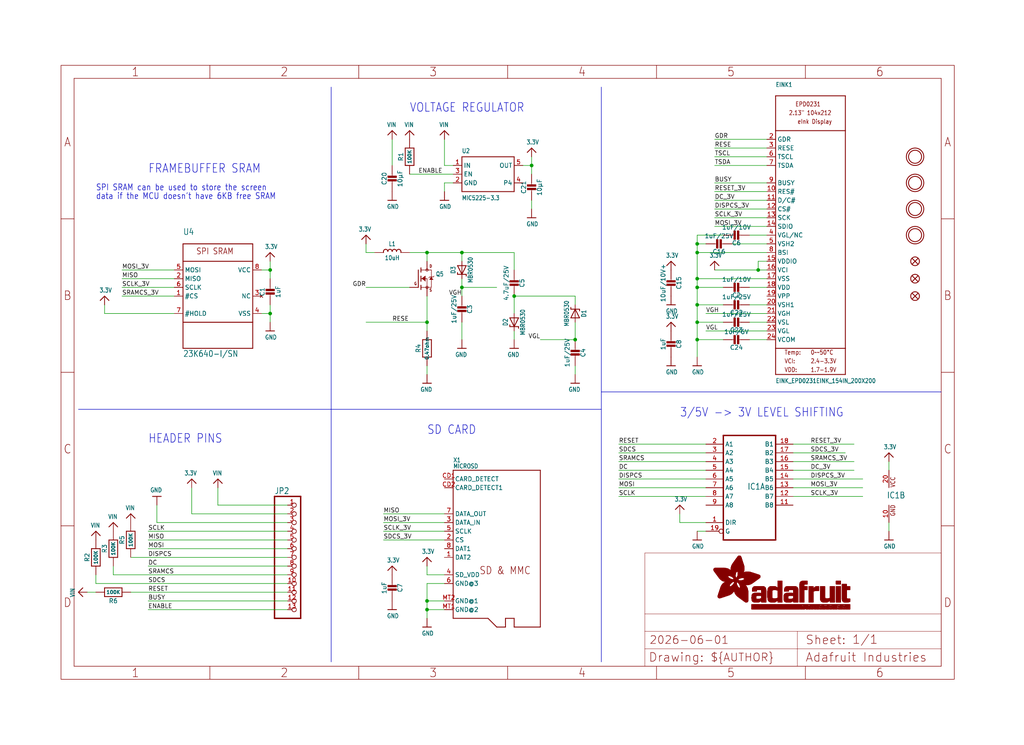
<source format=kicad_sch>
(kicad_sch (version 20230121) (generator eeschema)
  (paper "User" 298.45 217.322)
  (lib_symbols
    (symbol "working-eagle-import:3.3V" (power)
      (property "Value" "3.3V" (at -1.524 1.016 0))
      (symbol "3.3V_1_0"
        (pin power_in line (at 0 -2.54 90) (length 2.54) (name "3.3V") (number "1"))
      )
    )
    (symbol "working-eagle-import:74245TSSOP20"
      (property "Reference" "IC" (at -0.635 -0.635 0))
      (symbol "74245TSSOP20_1_0"
        (pin input line (at -12.7 -10.16 0) (length 5.08) (name "DIR") (number "1"))
        (pin bidirectional line (at 12.7 -5.08 180) (length 5.08) (name "B8") (number "11"))
        (pin bidirectional line (at 12.7 -2.54 180) (length 5.08) (name "B7") (number "12"))
        (pin bidirectional line (at 12.7 0 180) (length 5.08) (name "B6") (number "13"))
        (pin bidirectional line (at 12.7 2.54 180) (length 5.08) (name "B5") (number "14"))
        (pin bidirectional line (at 12.7 5.08 180) (length 5.08) (name "B4") (number "15"))
        (pin bidirectional line (at 12.7 7.62 180) (length 5.08) (name "B3") (number "16"))
        (pin bidirectional line (at 12.7 10.16 180) (length 5.08) (name "B2") (number "17"))
        (pin bidirectional line (at 12.7 12.7 180) (length 5.08) (name "B1") (number "18"))
        (pin input inverted (at -12.7 -12.7 0) (length 5.08) (name "G") (number "19"))
        (pin bidirectional line (at -12.7 12.7 0) (length 5.08) (name "A1") (number "2"))
        (pin bidirectional line (at -12.7 10.16 0) (length 5.08) (name "A2") (number "3"))
        (pin bidirectional line (at -12.7 7.62 0) (length 5.08) (name "A3") (number "4"))
        (pin bidirectional line (at -12.7 5.08 0) (length 5.08) (name "A4") (number "5"))
        (pin bidirectional line (at -12.7 2.54 0) (length 5.08) (name "A5") (number "6"))
        (pin bidirectional line (at -12.7 0 0) (length 5.08) (name "A6") (number "7"))
        (pin bidirectional line (at -12.7 -2.54 0) (length 5.08) (name "A7") (number "8"))
        (pin bidirectional line (at -12.7 -5.08 0) (length 5.08) (name "A8") (number "9"))
      )
      (symbol "74245TSSOP20_2_0"
        (text "GND" (at 1.905 -5.842 900) (effects (font (size 1.27 1.0795)) (justify left bottom)))
        (text "VCC" (at 1.905 2.54 900) (effects (font (size 1.27 1.0795)) (justify left bottom)))
        (pin power_in line (at 0 -7.62 90) (length 5.08) (name "GND") (number "10"))
        (pin power_in line (at 0 7.62 270) (length 5.08) (name "VCC") (number "20"))
      )
    )
    (symbol "working-eagle-import:CAP_CERAMIC0805-NOOUTLINE"
      (property "Reference" "C" (at -2.29 1.25 90))
      (symbol "CAP_CERAMIC0805-NOOUTLINE_1_0"
        (pin passive line (at 0 5.08 270) (length 2.54) (name "1") (number "1"))
        (pin passive line (at 0 -2.54 90) (length 2.54) (name "2") (number "2"))
      )
    )
    (symbol "working-eagle-import:CAP_CERAMIC0805_10MGAP"
      (property "Reference" "C" (at -2.29 1.25 90))
      (symbol "CAP_CERAMIC0805_10MGAP_1_0"
        (pin passive line (at 0 5.08 270) (length 2.54) (name "1") (number "1"))
        (pin passive line (at 0 -2.54 90) (length 2.54) (name "2") (number "2"))
      )
    )
    (symbol "working-eagle-import:DIODE-SCHOTTKYSOD-123"
      (property "Reference" "D" (at 0 2.54 0))
      (symbol "DIODE-SCHOTTKYSOD-123_1_0"
        (pin passive line (at -2.54 0 0) (length 2.54) (name "A") (number "A"))
        (pin passive line (at 2.54 0 180) (length 2.54) (name "C") (number "C"))
      )
    )
    (symbol "working-eagle-import:EINK_EPD0231EINK_154IN_200X200"
      (property "Reference" "EINK" (at -10.16 43.18 0))
      (symbol "EINK_EPD0231EINK_154IN_200X200_1_0"
        (text "0~~50°C" (at 0 -34.925 0) (effects (font (size 1.27 1.0795)) (justify left bottom)))
        (text "1.7-1.9V" (at 0 -40.005 0) (effects (font (size 1.27 1.0795)) (justify left bottom)))
        (text "2.13\" 104x212" (at -6.35 34.925 0) (effects (font (size 1.27 1.0795)) (justify left bottom)))
        (text "2.4-3.3V" (at 0 -37.465 0) (effects (font (size 1.27 1.0795)) (justify left bottom)))
        (text "eInk Display" (at -3.81 32.385 0) (effects (font (size 1.27 1.0795)) (justify left bottom)))
        (text "EPD0231" (at -4.445 37.465 0) (effects (font (size 1.27 1.0795)) (justify left bottom)))
        (text "Temp:" (at -7.62 -34.925 0) (effects (font (size 1.27 1.0795)) (justify left bottom)))
        (text "VCI:" (at -7.62 -37.465 0) (effects (font (size 1.27 1.0795)) (justify left bottom)))
        (text "VDD:" (at -7.62 -40.005 0) (effects (font (size 1.27 1.0795)) (justify left bottom)))
        (pin input line (at -12.7 12.7 0) (length 2.54) (name "RES#") (number "10"))
        (pin input line (at -12.7 10.16 0) (length 2.54) (name "D/C#") (number "11"))
        (pin input line (at -12.7 7.62 0) (length 2.54) (name "CS#") (number "12"))
        (pin bidirectional line (at -12.7 5.08 0) (length 2.54) (name "SCK") (number "13"))
        (pin bidirectional line (at -12.7 2.54 0) (length 2.54) (name "SDIO") (number "14"))
        (pin power_in line (at -12.7 -7.62 0) (length 2.54) (name "VDDIO") (number "15"))
        (pin power_in line (at -12.7 -10.16 0) (length 2.54) (name "VCI") (number "16"))
        (pin power_in line (at -12.7 -12.7 0) (length 2.54) (name "VSS") (number "17"))
        (pin passive line (at -12.7 -15.24 0) (length 2.54) (name "VDD") (number "18"))
        (pin passive line (at -12.7 -17.78 0) (length 2.54) (name "VPP") (number "19"))
        (pin output line (at -12.7 27.94 0) (length 2.54) (name "GDR") (number "2"))
        (pin passive line (at -12.7 -20.32 0) (length 2.54) (name "VSH1") (number "20"))
        (pin passive line (at -12.7 -22.86 0) (length 2.54) (name "VGH") (number "21"))
        (pin passive line (at -12.7 -25.4 0) (length 2.54) (name "VSL") (number "22"))
        (pin passive line (at -12.7 -27.94 0) (length 2.54) (name "VGL") (number "23"))
        (pin passive line (at -12.7 -30.48 0) (length 2.54) (name "VCOM") (number "24"))
        (pin input line (at -12.7 25.4 0) (length 2.54) (name "RESE") (number "3"))
        (pin bidirectional line (at -12.7 0 0) (length 2.54) (name "VGL/NC") (number "4"))
        (pin passive line (at -12.7 -2.54 0) (length 2.54) (name "VSH2") (number "5"))
        (pin output line (at -12.7 22.86 0) (length 2.54) (name "TSCL") (number "6"))
        (pin bidirectional line (at -12.7 20.32 0) (length 2.54) (name "TSDA") (number "7"))
        (pin input line (at -12.7 -5.08 0) (length 2.54) (name "BSI") (number "8"))
        (pin output line (at -12.7 15.24 0) (length 2.54) (name "BUSY") (number "9"))
      )
    )
    (symbol "working-eagle-import:FIDUCIAL_1MM")
    (symbol "working-eagle-import:FRAME_A4_ADAFRUIT"
      (symbol "FRAME_A4_ADAFRUIT_1_0"
        (text "${#}/${##}" (at 230.505 10.16 0) (effects (font (size 2.54 2.54)) (justify left bottom)))
        (text "${AUTHOR}" (at 189.23 5.08 0) (effects (font (size 2.286 2.286)) (justify left bottom)))
        (text "${CURRENT_DATE}" (at 171.45 10.16 0) (effects (font (size 2.286 2.286)) (justify left bottom)))
        (text "${PROJECTNAME}" (at 171.45 15.24 0) (effects (font (size 2.54 2.54)) (justify left bottom)))
        (text "1" (at 21.6958 1.905 0) (effects (font (size 2.54 2.286))))
        (text "1" (at 21.6958 177.165 0) (effects (font (size 2.54 2.286))))
        (text "2" (at 65.0875 1.905 0) (effects (font (size 2.54 2.286))))
        (text "2" (at 65.0875 177.165 0) (effects (font (size 2.54 2.286))))
        (text "3" (at 108.4792 1.905 0) (effects (font (size 2.54 2.286))))
        (text "3" (at 108.4792 177.165 0) (effects (font (size 2.54 2.286))))
        (text "4" (at 151.8708 1.905 0) (effects (font (size 2.54 2.286))))
        (text "4" (at 151.8708 177.165 0) (effects (font (size 2.54 2.286))))
        (text "5" (at 195.2625 1.905 0) (effects (font (size 2.54 2.286))))
        (text "5" (at 195.2625 177.165 0) (effects (font (size 2.54 2.286))))
        (text "6" (at 238.6542 1.905 0) (effects (font (size 2.54 2.286))))
        (text "6" (at 238.6542 177.165 0) (effects (font (size 2.54 2.286))))
        (text "A" (at 1.905 156.6863 0) (effects (font (size 2.54 2.286))))
        (text "A" (at 258.445 156.6863 0) (effects (font (size 2.54 2.286))))
        (text "Adafruit Industries" (at 216.916 4.953 0) (effects (font (size 2.54 2.54)) (justify left bottom)))
        (text "B" (at 1.905 111.9188 0) (effects (font (size 2.54 2.286))))
        (text "B" (at 258.445 111.9188 0) (effects (font (size 2.54 2.286))))
        (text "C" (at 1.905 67.1513 0) (effects (font (size 2.54 2.286))))
        (text "C" (at 258.445 67.1513 0) (effects (font (size 2.54 2.286))))
        (text "D" (at 1.905 22.3838 0) (effects (font (size 2.54 2.286))))
        (text "D" (at 258.445 22.3838 0) (effects (font (size 2.54 2.286))))
        (text "Drawing:" (at 171.196 4.953 0) (effects (font (size 2.54 2.54)) (justify left bottom)))
        (text "Sheet:" (at 216.916 10.033 0) (effects (font (size 2.54 2.54)) (justify left bottom)))
      )
    )
    (symbol "working-eagle-import:GND" (power)
      (property "Value" "GND" (at -1.524 -2.54 0))
      (symbol "GND_1_0"
        (pin power_in line (at 0 2.54 270) (length 2.54) (name "GND") (number "1"))
      )
    )
    (symbol "working-eagle-import:HEADER-1X13"
      (property "Reference" "JP" (at -6.35 18.415 0))
      (symbol "HEADER-1X13_1_0"
        (pin passive inverted (at -2.54 15.24 0) (length 2.54) (name "1") (number "1"))
        (pin passive inverted (at -2.54 -7.62 0) (length 2.54) (name "10") (number "10"))
        (pin passive inverted (at -2.54 -10.16 0) (length 2.54) (name "11") (number "11"))
        (pin passive inverted (at -2.54 -12.7 0) (length 2.54) (name "12") (number "12"))
        (pin passive inverted (at -2.54 -15.24 0) (length 2.54) (name "13") (number "13"))
        (pin passive inverted (at -2.54 12.7 0) (length 2.54) (name "2") (number "2"))
        (pin passive inverted (at -2.54 10.16 0) (length 2.54) (name "3") (number "3"))
        (pin passive inverted (at -2.54 7.62 0) (length 2.54) (name "4") (number "4"))
        (pin passive inverted (at -2.54 5.08 0) (length 2.54) (name "5") (number "5"))
        (pin passive inverted (at -2.54 2.54 0) (length 2.54) (name "6") (number "6"))
        (pin passive inverted (at -2.54 0 0) (length 2.54) (name "7") (number "7"))
        (pin passive inverted (at -2.54 -2.54 0) (length 2.54) (name "8") (number "8"))
        (pin passive inverted (at -2.54 -5.08 0) (length 2.54) (name "9") (number "9"))
      )
    )
    (symbol "working-eagle-import:INDUCTORNR401"
      (property "Reference" "L" (at 0 2.54 0))
      (symbol "INDUCTORNR401_1_0"
        (pin passive line (at -5.08 0 0) (length 2.54) (name "1") (number "P$1"))
        (pin passive line (at 5.08 0 180) (length 2.54) (name "2") (number "P$2"))
      )
    )
    (symbol "working-eagle-import:IRLML2060TRPBF"
      (property "Reference" "Q" (at 5.08 0.635 0))
      (symbol "IRLML2060TRPBF_1_0"
        (text "D" (at 3.175 3.175 0) (effects (font (size 0.8128 0.6908)) (justify left bottom)))
        (text "G" (at -1.27 -1.905 0) (effects (font (size 0.8128 0.6908)) (justify left bottom)))
        (text "S" (at 3.175 -3.81 0) (effects (font (size 0.8128 0.6908)) (justify left bottom)))
        (pin bidirectional line (at -2.54 -2.54 0) (length 2.54) (name "G") (number "1"))
        (pin bidirectional line (at 2.54 -5.08 90) (length 2.54) (name "S") (number "2"))
        (pin bidirectional line (at 2.54 5.08 270) (length 2.54) (name "D") (number "3"))
      )
    )
    (symbol "working-eagle-import:MICROSD"
      (property "Reference" "X" (at -12.7 22.606 0))
      (symbol "MICROSD_1_0"
        (text "SD & MMC" (at -5.08 -10.16 0) (effects (font (size 2.1844 1.8567)) (justify left bottom)))
        (pin bidirectional line (at -15.24 -5.08 0) (length 2.54) (name "DAT2") (number "1"))
        (pin input line (at -15.24 0 0) (length 2.54) (name "CS") (number "2"))
        (pin input line (at -15.24 5.08 0) (length 2.54) (name "DATA_IN") (number "3"))
        (pin power_in line (at -15.24 -10.16 0) (length 2.54) (name "SD_VDD") (number "4"))
        (pin input line (at -15.24 2.54 0) (length 2.54) (name "SCLK") (number "5"))
        (pin power_in line (at -15.24 -12.7 0) (length 2.54) (name "GND@3") (number "6"))
        (pin output line (at -15.24 7.62 0) (length 2.54) (name "DATA_OUT") (number "7"))
        (pin bidirectional line (at -15.24 -2.54 0) (length 2.54) (name "DAT1") (number "8"))
        (pin passive line (at -15.24 17.78 0) (length 2.54) (name "CARD_DETECT") (number "CD1"))
        (pin passive line (at -15.24 15.24 0) (length 2.54) (name "CARD_DETECT1") (number "CD2"))
        (pin power_in line (at -15.24 -20.32 0) (length 2.54) (name "GND@2") (number "MT1"))
        (pin power_in line (at -15.24 -17.78 0) (length 2.54) (name "GND@1") (number "MT2"))
      )
    )
    (symbol "working-eagle-import:MOUNTINGHOLE2.5")
    (symbol "working-eagle-import:RESISTOR0805_10MGAP"
      (property "Reference" "R" (at 0 2.54 0))
      (symbol "RESISTOR0805_10MGAP_1_0"
        (pin passive line (at -5.08 0 0) (length 2.54) (name "1") (number "1"))
        (pin passive line (at 5.08 0 180) (length 2.54) (name "2") (number "2"))
      )
    )
    (symbol "working-eagle-import:RESISTOR0805_NOOUTLINE"
      (property "Reference" "R" (at 0 2.54 0))
      (symbol "RESISTOR0805_NOOUTLINE_1_0"
        (pin passive line (at -5.08 0 0) (length 2.54) (name "1") (number "1"))
        (pin passive line (at 5.08 0 180) (length 2.54) (name "2") (number "2"))
      )
    )
    (symbol "working-eagle-import:SRAM_SPI_SOIC8"
      (property "Reference" "U" (at -10.16 17.78 0))
      (symbol "SRAM_SPI_SOIC8_1_0"
        (text "SPI SRAM" (at -6.35 12.065 0) (effects (font (size 1.778 1.5113)) (justify left bottom)))
        (pin input line (at -12.7 0 0) (length 2.54) (name "#CS") (number "1"))
        (pin output line (at -12.7 5.08 0) (length 2.54) (name "MISO") (number "2"))
        (pin no_connect line (at 12.7 0 180) (length 2.54) (name "NC") (number "3"))
        (pin power_in line (at 12.7 -5.08 180) (length 2.54) (name "VSS") (number "4"))
        (pin input line (at -12.7 7.62 0) (length 2.54) (name "MOSI") (number "5"))
        (pin input line (at -12.7 2.54 0) (length 2.54) (name "SCLK") (number "6"))
        (pin input line (at -12.7 -5.08 0) (length 2.54) (name "#HOLD") (number "7"))
        (pin power_in line (at 12.7 7.62 180) (length 2.54) (name "VCC") (number "8"))
      )
    )
    (symbol "working-eagle-import:VIN" (power)
      (property "Value" "VIN" (at -1.524 1.016 0))
      (symbol "VIN_1_0"
        (pin power_in line (at 0 -2.54 90) (length 2.54) (name "VIN") (number "1"))
      )
    )
    (symbol "working-eagle-import:VREG_SOT23-5"
      (property "Reference" "U" (at -7.62 6.096 0))
      (symbol "VREG_SOT23-5_1_0"
        (pin power_in line (at -10.16 2.54 0) (length 2.54) (name "IN") (number "1"))
        (pin power_in line (at -10.16 -2.54 0) (length 2.54) (name "GND") (number "2"))
        (pin input line (at -10.16 0 0) (length 2.54) (name "EN") (number "3"))
        (pin bidirectional line (at 10.16 -2.54 180) (length 2.54) (name "P4") (number "4"))
        (pin power_in line (at 10.16 2.54 180) (length 2.54) (name "OUT") (number "5"))
      )
    )
  )
  (junction (at 203.2 81.28))
  (junction (at 124.46 93.98))
  (junction (at 203.2 99.06))
  (junction (at 203.2 83.82))
  (junction (at 149.86 86.36))
  (junction (at 124.46 73.66))
  (junction (at 203.2 71.12))
  (junction (at 203.2 93.98))
  (junction (at 203.2 73.66))
  (junction (at 154.94 48.26))
  (junction (at 203.2 88.9))
  (junction (at 78.74 91.44))
  (junction (at 78.74 78.74))
  (junction (at 124.46 177.8))
  (junction (at 134.62 73.66))
  (junction (at 124.46 175.26))
  (junction (at 167.64 99.06))
  (junction (at 220.98 78.74))
  (junction (at 134.62 83.82))
  (wire (pts (xy 50.8 91.44) (xy 30.48 91.44)) (stroke (width 0.1524)))
  (wire (pts (xy 210.82 88.9) (xy 203.2 88.9)) (stroke (width 0.1524)))
  (wire (pts (xy 134.62 73.66) (xy 134.62 76.2)) (stroke (width 0.1524)))
  (wire (pts (xy 208.28 48.26) (xy 223.52 48.26)) (stroke (width 0.1524)))
  (wire (pts (xy 154.94 48.26) (xy 154.94 45.72)) (stroke (width 0.1524)))
  (wire (pts (xy 134.62 73.66) (xy 149.86 73.66)) (stroke (width 0.1524)))
  (wire (pts (xy 78.74 91.44) (xy 78.74 93.98)) (stroke (width 0.1524)))
  (wire (pts (xy 43.18 165.1) (xy 83.82 165.1)) (stroke (width 0.1524)))
  (wire (pts (xy 50.8 81.28) (xy 35.56 81.28)) (stroke (width 0.1524)))
  (wire (pts (xy 129.54 177.8) (xy 124.46 177.8)) (stroke (width 0.1524)))
  (wire (pts (xy 149.86 96.52) (xy 149.86 99.06)) (stroke (width 0.1524)))
  (wire (pts (xy 83.82 154.94) (xy 43.18 154.94)) (stroke (width 0.1524)))
  (wire (pts (xy 210.82 68.58) (xy 203.2 68.58)) (stroke (width 0.1524)))
  (wire (pts (xy 198.12 152.4) (xy 198.12 149.86)) (stroke (width 0.1524)))
  (wire (pts (xy 223.52 76.2) (xy 220.98 76.2)) (stroke (width 0.1524)))
  (wire (pts (xy 180.34 144.78) (xy 205.74 144.78)) (stroke (width 0.1524)))
  (wire (pts (xy 106.68 71.12) (xy 106.68 73.66)) (stroke (width 0.1524)))
  (wire (pts (xy 63.5 147.32) (xy 63.5 142.24)) (stroke (width 0.1524)))
  (wire (pts (xy 132.08 48.26) (xy 129.54 48.26)) (stroke (width 0.1524)))
  (wire (pts (xy 35.56 78.74) (xy 50.8 78.74)) (stroke (width 0.1524)))
  (wire (pts (xy 231.14 142.24) (xy 251.46 142.24)) (stroke (width 0.1524)))
  (wire (pts (xy 129.54 149.86) (xy 111.76 149.86)) (stroke (width 0.1524)))
  (wire (pts (xy 129.54 170.18) (xy 124.46 170.18)) (stroke (width 0.1524)))
  (wire (pts (xy 132.08 50.8) (xy 119.38 50.8)) (stroke (width 0.1524)))
  (polyline (pts (xy 175.26 114.3) (xy 175.26 119.38)) (stroke (width 0.1524) (type solid)))
  (wire (pts (xy 30.48 91.44) (xy 30.48 88.9)) (stroke (width 0.1524)))
  (wire (pts (xy 149.86 73.66) (xy 149.86 78.74)) (stroke (width 0.1524)))
  (wire (pts (xy 167.64 99.06) (xy 167.64 93.98)) (stroke (width 0.1524)))
  (wire (pts (xy 76.2 91.44) (xy 78.74 91.44)) (stroke (width 0.1524)))
  (wire (pts (xy 203.2 93.98) (xy 203.2 88.9)) (stroke (width 0.1524)))
  (wire (pts (xy 223.52 91.44) (xy 205.74 91.44)) (stroke (width 0.1524)))
  (wire (pts (xy 203.2 68.58) (xy 203.2 71.12)) (stroke (width 0.1524)))
  (wire (pts (xy 124.46 96.52) (xy 124.46 93.98)) (stroke (width 0.1524)))
  (wire (pts (xy 218.44 99.06) (xy 223.52 99.06)) (stroke (width 0.1524)))
  (wire (pts (xy 231.14 129.54) (xy 248.92 129.54)) (stroke (width 0.1524)))
  (wire (pts (xy 83.82 157.48) (xy 43.18 157.48)) (stroke (width 0.1524)))
  (wire (pts (xy 129.54 48.26) (xy 129.54 40.64)) (stroke (width 0.1524)))
  (wire (pts (xy 83.82 160.02) (xy 43.18 160.02)) (stroke (width 0.1524)))
  (wire (pts (xy 154.94 48.26) (xy 154.94 50.8)) (stroke (width 0.1524)))
  (wire (pts (xy 223.52 73.66) (xy 203.2 73.66)) (stroke (width 0.1524)))
  (wire (pts (xy 124.46 175.26) (xy 124.46 177.8)) (stroke (width 0.1524)))
  (polyline (pts (xy 175.26 114.3) (xy 274.32 114.3)) (stroke (width 0.1524) (type solid)))
  (wire (pts (xy 218.44 88.9) (xy 223.52 88.9)) (stroke (width 0.1524)))
  (wire (pts (xy 208.28 63.5) (xy 223.52 63.5)) (stroke (width 0.1524)))
  (wire (pts (xy 76.2 78.74) (xy 78.74 78.74)) (stroke (width 0.1524)))
  (wire (pts (xy 129.54 175.26) (xy 124.46 175.26)) (stroke (width 0.1524)))
  (wire (pts (xy 83.82 167.64) (xy 33.02 167.64)) (stroke (width 0.1524)))
  (wire (pts (xy 205.74 137.16) (xy 180.34 137.16)) (stroke (width 0.1524)))
  (wire (pts (xy 203.2 88.9) (xy 203.2 83.82)) (stroke (width 0.1524)))
  (wire (pts (xy 134.62 93.98) (xy 134.62 99.06)) (stroke (width 0.1524)))
  (wire (pts (xy 203.2 104.14) (xy 203.2 99.06)) (stroke (width 0.1524)))
  (wire (pts (xy 223.52 53.34) (xy 208.28 53.34)) (stroke (width 0.1524)))
  (wire (pts (xy 124.46 170.18) (xy 124.46 175.26)) (stroke (width 0.1524)))
  (wire (pts (xy 205.74 132.08) (xy 180.34 132.08)) (stroke (width 0.1524)))
  (wire (pts (xy 124.46 73.66) (xy 134.62 73.66)) (stroke (width 0.1524)))
  (wire (pts (xy 35.56 83.82) (xy 50.8 83.82)) (stroke (width 0.1524)))
  (wire (pts (xy 167.64 109.22) (xy 167.64 106.68)) (stroke (width 0.1524)))
  (wire (pts (xy 154.94 58.42) (xy 154.94 60.96)) (stroke (width 0.1524)))
  (polyline (pts (xy 96.52 25.4) (xy 96.52 119.38)) (stroke (width 0.1524) (type solid)))
  (wire (pts (xy 220.98 78.74) (xy 208.28 78.74)) (stroke (width 0.1524)))
  (polyline (pts (xy 175.26 119.38) (xy 175.26 193.04)) (stroke (width 0.1524) (type solid)))
  (wire (pts (xy 208.28 60.96) (xy 223.52 60.96)) (stroke (width 0.1524)))
  (wire (pts (xy 45.72 147.32) (xy 45.72 152.4)) (stroke (width 0.1524)))
  (wire (pts (xy 180.34 139.7) (xy 205.74 139.7)) (stroke (width 0.1524)))
  (wire (pts (xy 203.2 99.06) (xy 203.2 93.98)) (stroke (width 0.1524)))
  (wire (pts (xy 223.52 40.64) (xy 208.28 40.64)) (stroke (width 0.1524)))
  (wire (pts (xy 259.08 134.62) (xy 259.08 137.16)) (stroke (width 0.1524)))
  (wire (pts (xy 106.68 83.82) (xy 119.38 83.82)) (stroke (width 0.1524)))
  (wire (pts (xy 129.54 157.48) (xy 111.76 157.48)) (stroke (width 0.1524)))
  (wire (pts (xy 83.82 149.86) (xy 55.88 149.86)) (stroke (width 0.1524)))
  (wire (pts (xy 144.78 83.82) (xy 134.62 83.82)) (stroke (width 0.1524)))
  (wire (pts (xy 45.72 152.4) (xy 83.82 152.4)) (stroke (width 0.1524)))
  (wire (pts (xy 111.76 154.94) (xy 129.54 154.94)) (stroke (width 0.1524)))
  (wire (pts (xy 167.64 86.36) (xy 149.86 86.36)) (stroke (width 0.1524)))
  (wire (pts (xy 205.74 134.62) (xy 180.34 134.62)) (stroke (width 0.1524)))
  (wire (pts (xy 149.86 91.44) (xy 149.86 86.36)) (stroke (width 0.1524)))
  (wire (pts (xy 259.08 154.94) (xy 259.08 152.4)) (stroke (width 0.1524)))
  (wire (pts (xy 208.28 43.18) (xy 223.52 43.18)) (stroke (width 0.1524)))
  (wire (pts (xy 223.52 68.58) (xy 218.44 68.58)) (stroke (width 0.1524)))
  (wire (pts (xy 134.62 86.36) (xy 134.62 83.82)) (stroke (width 0.1524)))
  (wire (pts (xy 106.68 73.66) (xy 109.22 73.66)) (stroke (width 0.1524)))
  (wire (pts (xy 124.46 93.98) (xy 106.68 93.98)) (stroke (width 0.1524)))
  (wire (pts (xy 223.52 81.28) (xy 203.2 81.28)) (stroke (width 0.1524)))
  (wire (pts (xy 83.82 177.8) (xy 43.18 177.8)) (stroke (width 0.1524)))
  (wire (pts (xy 27.94 170.18) (xy 27.94 167.64)) (stroke (width 0.1524)))
  (polyline (pts (xy 22.86 119.38) (xy 96.52 119.38)) (stroke (width 0.1524) (type solid)))
  (wire (pts (xy 132.08 53.34) (xy 129.54 53.34)) (stroke (width 0.1524)))
  (wire (pts (xy 203.2 83.82) (xy 203.2 81.28)) (stroke (width 0.1524)))
  (wire (pts (xy 223.52 71.12) (xy 213.36 71.12)) (stroke (width 0.1524)))
  (wire (pts (xy 78.74 88.9) (xy 78.74 91.44)) (stroke (width 0.1524)))
  (wire (pts (xy 124.46 177.8) (xy 124.46 180.34)) (stroke (width 0.1524)))
  (wire (pts (xy 210.82 99.06) (xy 203.2 99.06)) (stroke (width 0.1524)))
  (wire (pts (xy 124.46 167.64) (xy 124.46 165.1)) (stroke (width 0.1524)))
  (wire (pts (xy 223.52 58.42) (xy 208.28 58.42)) (stroke (width 0.1524)))
  (wire (pts (xy 210.82 83.82) (xy 203.2 83.82)) (stroke (width 0.1524)))
  (polyline (pts (xy 96.52 119.38) (xy 175.26 119.38)) (stroke (width 0.1524) (type solid)))
  (wire (pts (xy 35.56 86.36) (xy 50.8 86.36)) (stroke (width 0.1524)))
  (wire (pts (xy 223.52 66.04) (xy 208.28 66.04)) (stroke (width 0.1524)))
  (wire (pts (xy 208.28 45.72) (xy 223.52 45.72)) (stroke (width 0.1524)))
  (wire (pts (xy 203.2 81.28) (xy 203.2 73.66)) (stroke (width 0.1524)))
  (wire (pts (xy 208.28 55.88) (xy 223.52 55.88)) (stroke (width 0.1524)))
  (wire (pts (xy 33.02 167.64) (xy 33.02 165.1)) (stroke (width 0.1524)))
  (wire (pts (xy 218.44 93.98) (xy 223.52 93.98)) (stroke (width 0.1524)))
  (wire (pts (xy 223.52 96.52) (xy 205.74 96.52)) (stroke (width 0.1524)))
  (wire (pts (xy 231.14 139.7) (xy 251.46 139.7)) (stroke (width 0.1524)))
  (wire (pts (xy 78.74 78.74) (xy 78.74 76.2)) (stroke (width 0.1524)))
  (wire (pts (xy 203.2 154.94) (xy 205.74 154.94)) (stroke (width 0.1524)))
  (wire (pts (xy 231.14 134.62) (xy 248.92 134.62)) (stroke (width 0.1524)))
  (wire (pts (xy 223.52 83.82) (xy 218.44 83.82)) (stroke (width 0.1524)))
  (wire (pts (xy 152.4 48.26) (xy 154.94 48.26)) (stroke (width 0.1524)))
  (wire (pts (xy 38.1 172.72) (xy 83.82 172.72)) (stroke (width 0.1524)))
  (wire (pts (xy 83.82 170.18) (xy 27.94 170.18)) (stroke (width 0.1524)))
  (wire (pts (xy 63.5 147.32) (xy 83.82 147.32)) (stroke (width 0.1524)))
  (wire (pts (xy 205.74 142.24) (xy 180.34 142.24)) (stroke (width 0.1524)))
  (wire (pts (xy 167.64 88.9) (xy 167.64 86.36)) (stroke (width 0.1524)))
  (wire (pts (xy 124.46 109.22) (xy 124.46 106.68)) (stroke (width 0.1524)))
  (wire (pts (xy 129.54 53.34) (xy 129.54 55.88)) (stroke (width 0.1524)))
  (wire (pts (xy 43.18 175.26) (xy 83.82 175.26)) (stroke (width 0.1524)))
  (wire (pts (xy 124.46 73.66) (xy 119.38 73.66)) (stroke (width 0.1524)))
  (polyline (pts (xy 96.52 119.38) (xy 96.52 193.04)) (stroke (width 0.1524) (type solid)))
  (wire (pts (xy 55.88 149.86) (xy 55.88 142.24)) (stroke (width 0.1524)))
  (wire (pts (xy 203.2 73.66) (xy 203.2 71.12)) (stroke (width 0.1524)))
  (wire (pts (xy 220.98 78.74) (xy 223.52 78.74)) (stroke (width 0.1524)))
  (wire (pts (xy 205.74 152.4) (xy 198.12 152.4)) (stroke (width 0.1524)))
  (wire (pts (xy 124.46 76.2) (xy 124.46 73.66)) (stroke (width 0.1524)))
  (wire (pts (xy 134.62 81.28) (xy 134.62 83.82)) (stroke (width 0.1524)))
  (polyline (pts (xy 175.26 25.4) (xy 175.26 114.3)) (stroke (width 0.1524) (type solid)))
  (wire (pts (xy 231.14 137.16) (xy 248.92 137.16)) (stroke (width 0.1524)))
  (wire (pts (xy 231.14 144.78) (xy 251.46 144.78)) (stroke (width 0.1524)))
  (wire (pts (xy 114.3 40.64) (xy 114.3 48.26)) (stroke (width 0.1524)))
  (wire (pts (xy 111.76 152.4) (xy 129.54 152.4)) (stroke (width 0.1524)))
  (wire (pts (xy 203.2 71.12) (xy 205.74 71.12)) (stroke (width 0.1524)))
  (wire (pts (xy 78.74 78.74) (xy 78.74 81.28)) (stroke (width 0.1524)))
  (wire (pts (xy 129.54 167.64) (xy 124.46 167.64)) (stroke (width 0.1524)))
  (wire (pts (xy 124.46 86.36) (xy 124.46 93.98)) (stroke (width 0.1524)))
  (wire (pts (xy 210.82 93.98) (xy 203.2 93.98)) (stroke (width 0.1524)))
  (wire (pts (xy 27.94 172.72) (xy 25.4 172.72)) (stroke (width 0.1524)))
  (wire (pts (xy 157.48 99.06) (xy 167.64 99.06)) (stroke (width 0.1524)))
  (wire (pts (xy 231.14 132.08) (xy 246.38 132.08)) (stroke (width 0.1524)))
  (wire (pts (xy 205.74 129.54) (xy 180.34 129.54)) (stroke (width 0.1524)))
  (wire (pts (xy 83.82 162.56) (xy 38.1 162.56)) (stroke (width 0.1524)))
  (wire (pts (xy 220.98 76.2) (xy 220.98 78.74)) (stroke (width 0.1524)))
  (text "SD CARD" (at 124.46 127 0) (effects (font (size 2.54 2.159)) (justify left bottom)))
  (text "3/5V -> 3V LEVEL SHIFTING" (at 198.12 121.92 0) (effects (font (size 2.54 2.159)) (justify left bottom)))
  (text "HEADER PINS" (at 43.18 129.54 0) (effects (font (size 2.54 2.159)) (justify left bottom)))
  (text "FRAMEBUFFER SRAM" (at 43.18 50.8 0) (effects (font (size 2.54 2.159)) (justify left bottom)))
  (text "SPI SRAM can be used to store the screen" (at 27.94 55.88 0) (effects (font (size 1.778 1.5113)) (justify left bottom)))
  (text "data if the MCU doesn't have 6KB free SRAM" (at 27.94 58.42 0) (effects (font (size 1.778 1.5113)) (justify left bottom)))
  (text "VOLTAGE REGULATOR" (at 119.38 33.02 0) (effects (font (size 2.54 2.159)) (justify left bottom)))
  (label "DC_3V" (at 236.22 137.16 0) (effects (font (size 1.2446 1.2446))))
  (label "MOSI" (at 180.34 142.24 0) (effects (font (size 1.2446 1.2446))))
  (label "MOSI_3V" (at 111.76 152.4 0) (effects (font (size 1.2446 1.2446))))
  (label "RESET" (at 180.34 129.54 0) (effects (font (size 1.2446 1.2446))))
  (label "RESE" (at 114.3 93.98 0) (effects (font (size 1.2446 1.2446))))
  (label "MOSI_3V" (at 236.22 142.24 0) (effects (font (size 1.2446 1.2446))))
  (label "ENABLE" (at 121.92 50.8 0) (effects (font (size 1.2446 1.2446))))
  (label "MOSI_3V" (at 208.28 66.04 0) (effects (font (size 1.2446 1.2446))))
  (label "MISO" (at 111.76 149.86 0) (effects (font (size 1.2446 1.2446))))
  (label "DISPCS_3V" (at 236.22 139.7 0) (effects (font (size 1.2446 1.2446))))
  (label "GDR" (at 106.68 83.82 180) (effects (font (size 1.2446 1.2446))))
  (label "DC" (at 180.34 137.16 0) (effects (font (size 1.2446 1.2446))))
  (label "SCLK_3V" (at 111.76 154.94 0) (effects (font (size 1.2446 1.2446))))
  (label "VGL" (at 157.48 99.06 180) (effects (font (size 1.2446 1.2446))))
  (label "SDCS" (at 180.34 132.08 0) (effects (font (size 1.2446 1.2446))))
  (label "SCLK" (at 180.34 144.78 0) (effects (font (size 1.2446 1.2446))))
  (label "SCLK_3V" (at 236.22 144.78 0) (effects (font (size 1.2446 1.2446))))
  (label "DC_3V" (at 208.28 58.42 0) (effects (font (size 1.2446 1.2446))))
  (label "RESET" (at 43.18 172.72 0) (effects (font (size 1.2446 1.2446))))
  (label "TSDA" (at 208.28 48.26 0) (effects (font (size 1.2446 1.2446))))
  (label "DISPCS" (at 180.34 139.7 0) (effects (font (size 1.2446 1.2446))))
  (label "DC" (at 43.18 165.1 0) (effects (font (size 1.2446 1.2446))))
  (label "GDR" (at 208.28 40.64 0) (effects (font (size 1.2446 1.2446))))
  (label "SDCS" (at 43.18 170.18 0) (effects (font (size 1.2446 1.2446))))
  (label "VGH" (at 134.62 86.36 180) (effects (font (size 1.2446 1.2446))))
  (label "TSCL" (at 208.28 45.72 0) (effects (font (size 1.2446 1.2446))))
  (label "BUSY" (at 43.18 175.26 0) (effects (font (size 1.2446 1.2446))))
  (label "RESET_3V" (at 236.22 129.54 0) (effects (font (size 1.2446 1.2446))))
  (label "RESET_3V" (at 208.28 55.88 0) (effects (font (size 1.2446 1.2446))))
  (label "MISO" (at 43.18 157.48 0) (effects (font (size 1.2446 1.2446))))
  (label "ENABLE" (at 43.18 177.8 0) (effects (font (size 1.2446 1.2446))))
  (label "RESE" (at 208.28 43.18 0) (effects (font (size 1.2446 1.2446))))
  (label "VGL" (at 205.74 96.52 0) (effects (font (size 1.2446 1.2446))))
  (label "SRAMCS" (at 43.18 167.64 0) (effects (font (size 1.2446 1.2446))))
  (label "MOSI" (at 43.18 160.02 0) (effects (font (size 1.2446 1.2446))))
  (label "BUSY" (at 208.28 53.34 0) (effects (font (size 1.2446 1.2446))))
  (label "SDCS_3V" (at 236.22 132.08 0) (effects (font (size 1.2446 1.2446))))
  (label "SCLK" (at 43.18 154.94 0) (effects (font (size 1.2446 1.2446))))
  (label "MOSI_3V" (at 35.56 78.74 0) (effects (font (size 1.2446 1.2446))))
  (label "DISPCS_3V" (at 208.28 60.96 0) (effects (font (size 1.2446 1.2446))))
  (label "DISPCS" (at 43.18 162.56 0) (effects (font (size 1.2446 1.2446))))
  (label "VGH" (at 205.74 91.44 0) (effects (font (size 1.2446 1.2446))))
  (label "SRAMCS" (at 180.34 134.62 0) (effects (font (size 1.2446 1.2446))))
  (label "SCLK_3V" (at 208.28 63.5 0) (effects (font (size 1.2446 1.2446))))
  (label "SRAMCS_3V" (at 35.56 86.36 0) (effects (font (size 1.2446 1.2446))))
  (label "MISO" (at 35.56 81.28 0) (effects (font (size 1.2446 1.2446))))
  (label "SDCS_3V" (at 111.76 157.48 0) (effects (font (size 1.2446 1.2446))))
  (label "SRAMCS_3V" (at 236.22 134.62 0) (effects (font (size 1.2446 1.2446))))
  (label "SCLK_3V" (at 35.56 83.82 0) (effects (font (size 1.2446 1.2446))))
  (symbol (lib_id "working-eagle-import:3.3V") (at 106.68 68.58 0) (mirror y) (unit 1)
    (property "Reference" "#U$13" (effects hide))
    (property "Value" "3.3V" (at 108.204 67.564 0) (effects (font (size 1.27 1.0795)) (justify left bottom)))
  )
  (symbol (lib_id "working-eagle-import:VIN") (at 22.86 172.72 90) (unit 1)
    (property "Reference" "#U$19" (effects hide))
    (property "Value" "VIN" (at 21.844 174.244 0) (effects (font (size 1.27 1.0795)) (justify left bottom)))
  )
  (symbol (lib_id "working-eagle-import:GND") (at 124.46 111.76 0) (mirror y) (unit 1)
    (property "Reference" "#U$10" (effects hide))
    (property "Value" "GND" (at 125.984 114.3 0) (effects (font (size 1.27 1.0795)) (justify left bottom)))
  )
  (symbol (lib_id "working-eagle-import:GND") (at 114.3 177.8 0) (unit 1)
    (property "Reference" "#U$39" (effects hide))
    (property "Value" "GND" (at 112.776 180.34 0) (effects (font (size 1.27 1.0795)) (justify left bottom)))
  )
  (symbol (lib_id "working-eagle-import:DIODE-SCHOTTKYSOD-123") (at 134.62 78.74 90) (mirror x) (unit 1)
    (property "Reference" "D3" (at 132.08 78.74 0) (effects (font (size 1.27 1.0795))))
    (property "Value" "MBR0530" (at 137.12 78.74 0) (effects (font (size 1.27 1.0795))))
    (property "Footprint" "working:SOD-123" (effects hide))
  )
  (symbol (lib_id "working-eagle-import:GND") (at 203.2 106.68 0) (unit 1)
    (property "Reference" "#U$15" (effects hide))
    (property "Value" "GND" (at 201.676 109.22 0) (effects (font (size 1.27 1.0795)) (justify left bottom)))
  )
  (symbol (lib_id "working-eagle-import:RESISTOR0805_NOOUTLINE") (at 33.02 160.02 90) (unit 1)
    (property "Reference" "R3" (at 30.48 160.02 0))
    (property "Value" "100K" (at 33.02 160.02 0) (effects (font (size 1.016 1.016) bold)))
    (property "Footprint" "working:0805-NO" (effects hide))
  )
  (symbol (lib_id "working-eagle-import:3.3V") (at 195.58 76.2 0) (unit 1)
    (property "Reference" "#U$37" (effects hide))
    (property "Value" "3.3V" (at 194.056 75.184 0) (effects (font (size 1.27 1.0795)) (justify left bottom)))
  )
  (symbol (lib_id "working-eagle-import:VREG_SOT23-5") (at 142.24 50.8 0) (unit 1)
    (property "Reference" "U2" (at 134.62 44.704 0) (effects (font (size 1.27 1.0795)) (justify left bottom)))
    (property "Value" "MIC5225-3.3" (at 134.62 58.42 0) (effects (font (size 1.27 1.0795)) (justify left bottom)))
    (property "Footprint" "working:SOT23-5" (effects hide))
  )
  (symbol (lib_id "working-eagle-import:3.3V") (at 124.46 162.56 0) (unit 1)
    (property "Reference" "#U$31" (effects hide))
    (property "Value" "3.3V" (at 122.936 161.544 0) (effects (font (size 1.27 1.0795)) (justify left bottom)))
  )
  (symbol (lib_id "working-eagle-import:3.3V") (at 208.28 76.2 0) (unit 1)
    (property "Reference" "#U$36" (effects hide))
    (property "Value" "3.3V" (at 206.756 75.184 0) (effects (font (size 1.27 1.0795)) (justify left bottom)))
  )
  (symbol (lib_id "working-eagle-import:EINK_EPD0231EINK_154IN_200X200") (at 236.22 68.58 0) (unit 1)
    (property "Reference" "EINK1" (at 226.06 25.4 0) (effects (font (size 1.27 1.0795)) (justify left bottom)))
    (property "Value" "EINK_EPD0231EINK_154IN_200X200" (at 226.06 111.76 0) (effects (font (size 1.27 1.0795)) (justify left bottom)))
    (property "Footprint" "working:EINK_154IN" (effects hide))
  )
  (symbol (lib_id "working-eagle-import:GND") (at 129.54 58.42 0) (unit 1)
    (property "Reference" "#U$22" (effects hide))
    (property "Value" "GND" (at 128.016 60.96 0) (effects (font (size 1.27 1.0795)) (justify left bottom)))
  )
  (symbol (lib_id "working-eagle-import:CAP_CERAMIC0805-NOOUTLINE") (at 195.58 81.28 180) (unit 1)
    (property "Reference" "C15" (at 197.87 82.53 90))
    (property "Value" "10uF/10V+" (at 193.28 82.53 90))
    (property "Footprint" "working:0805-NO" (effects hide))
  )
  (symbol (lib_id "working-eagle-import:CAP_CERAMIC0805-NOOUTLINE") (at 167.64 104.14 0) (mirror y) (unit 1)
    (property "Reference" "C4" (at 169.93 102.89 90))
    (property "Value" "1uF/25V" (at 165.34 102.89 90))
    (property "Footprint" "working:0805-NO" (effects hide))
  )
  (symbol (lib_id "working-eagle-import:GND") (at 78.74 96.52 0) (unit 1)
    (property "Reference" "#U$25" (effects hide))
    (property "Value" "GND" (at 77.216 99.06 0) (effects (font (size 1.27 1.0795)) (justify left bottom)))
  )
  (symbol (lib_id "working-eagle-import:74245TSSOP20") (at 218.44 142.24 0) (unit 1)
    (property "Reference" "IC1" (at 217.805 142.875 0) (effects (font (size 1.778 1.5113)) (justify left bottom)))
    (property "Value" "74245TSSOP20" (effects hide))
    (property "Footprint" "working:TSSOP20" (effects hide))
  )
  (symbol (lib_id "working-eagle-import:3.3V") (at 30.48 86.36 0) (unit 1)
    (property "Reference" "#U$26" (effects hide))
    (property "Value" "3.3V" (at 28.956 85.344 0) (effects (font (size 1.27 1.0795)) (justify left bottom)))
  )
  (symbol (lib_id "working-eagle-import:GND") (at 154.94 63.5 0) (unit 1)
    (property "Reference" "#U$23" (effects hide))
    (property "Value" "GND" (at 153.416 66.04 0) (effects (font (size 1.27 1.0795)) (justify left bottom)))
  )
  (symbol (lib_id "working-eagle-import:VIN") (at 27.94 154.94 0) (unit 1)
    (property "Reference" "#U$33" (effects hide))
    (property "Value" "VIN" (at 26.416 153.924 0) (effects (font (size 1.27 1.0795)) (justify left bottom)))
  )
  (symbol (lib_id "working-eagle-import:GND") (at 167.64 111.76 0) (mirror y) (unit 1)
    (property "Reference" "#U$7" (effects hide))
    (property "Value" "GND" (at 169.164 114.3 0) (effects (font (size 1.27 1.0795)) (justify left bottom)))
  )
  (symbol (lib_id "working-eagle-import:CAP_CERAMIC0805-NOOUTLINE") (at 215.9 83.82 90) (unit 1)
    (property "Reference" "C2" (at 214.65 86.11 90))
    (property "Value" "1uF/10V" (at 214.65 81.52 90))
    (property "Footprint" "working:0805-NO" (effects hide))
  )
  (symbol (lib_id "working-eagle-import:MOUNTINGHOLE2.5") (at 266.7 45.72 90) (unit 1)
    (property "Reference" "U$3" (effects hide))
    (property "Value" "MOUNTINGHOLE2.5" (effects hide))
    (property "Footprint" "working:MOUNTINGHOLE_2.5_PLATED" (effects hide))
  )
  (symbol (lib_id "working-eagle-import:GND") (at 124.46 182.88 0) (unit 1)
    (property "Reference" "#U$32" (effects hide))
    (property "Value" "GND" (at 122.936 185.42 0) (effects (font (size 1.27 1.0795)) (justify left bottom)))
  )
  (symbol (lib_id "working-eagle-import:CAP_CERAMIC0805-NOOUTLINE") (at 154.94 55.88 0) (unit 1)
    (property "Reference" "C21" (at 152.65 54.63 90))
    (property "Value" "10µF" (at 157.24 54.63 90))
    (property "Footprint" "working:0805-NO" (effects hide))
  )
  (symbol (lib_id "working-eagle-import:DIODE-SCHOTTKYSOD-123") (at 149.86 93.98 90) (mirror x) (unit 1)
    (property "Reference" "D2" (at 147.32 93.98 0) (effects (font (size 1.27 1.0795))))
    (property "Value" "MBR0530" (at 152.36 93.98 0) (effects (font (size 1.27 1.0795))))
    (property "Footprint" "working:SOD-123" (effects hide))
  )
  (symbol (lib_id "working-eagle-import:MOUNTINGHOLE2.5") (at 266.7 60.96 90) (unit 1)
    (property "Reference" "U$5" (effects hide))
    (property "Value" "MOUNTINGHOLE2.5" (effects hide))
    (property "Footprint" "working:MOUNTINGHOLE_2.5_PLATED" (effects hide))
  )
  (symbol (lib_id "working-eagle-import:CAP_CERAMIC0805-NOOUTLINE") (at 114.3 53.34 0) (unit 1)
    (property "Reference" "C20" (at 112.01 52.09 90))
    (property "Value" "10µF" (at 116.6 52.09 90))
    (property "Footprint" "working:0805-NO" (effects hide))
  )
  (symbol (lib_id "working-eagle-import:CAP_CERAMIC0805_10MGAP") (at 78.74 86.36 0) (unit 1)
    (property "Reference" "C1" (at 76.45 85.11 90))
    (property "Value" "1uF" (at 81.04 85.11 90))
    (property "Footprint" "working:0805_10MGAP" (effects hide))
  )
  (symbol (lib_id "working-eagle-import:VIN") (at 33.02 152.4 0) (unit 1)
    (property "Reference" "#U$34" (effects hide))
    (property "Value" "VIN" (at 31.496 151.384 0) (effects (font (size 1.27 1.0795)) (justify left bottom)))
  )
  (symbol (lib_id "working-eagle-import:CAP_CERAMIC0805-NOOUTLINE") (at 210.82 71.12 90) (unit 1)
    (property "Reference" "C16" (at 209.57 73.41 90))
    (property "Value" "1uF/25V" (at 209.57 68.82 90))
    (property "Footprint" "working:0805-NO" (effects hide))
  )
  (symbol (lib_id "working-eagle-import:GND") (at 195.58 106.68 0) (unit 1)
    (property "Reference" "#U$42" (effects hide))
    (property "Value" "GND" (at 194.056 109.22 0) (effects (font (size 1.27 1.0795)) (justify left bottom)))
  )
  (symbol (lib_id "working-eagle-import:HEADER-1X13") (at 86.36 162.56 0) (unit 1)
    (property "Reference" "JP2" (at 80.01 144.145 0) (effects (font (size 1.778 1.5113)) (justify left bottom)))
    (property "Value" "HEADER-1X13" (effects hide))
    (property "Footprint" "working:1X13_ROUND_70" (effects hide))
  )
  (symbol (lib_id "working-eagle-import:RESISTOR0805_NOOUTLINE") (at 33.02 172.72 180) (unit 1)
    (property "Reference" "R6" (at 33.02 175.26 0))
    (property "Value" "100K" (at 33.02 172.72 0) (effects (font (size 1.016 1.016) bold)))
    (property "Footprint" "working:0805-NO" (effects hide))
  )
  (symbol (lib_id "working-eagle-import:SRAM_SPI_SOIC8") (at 63.5 86.36 0) (unit 1)
    (property "Reference" "U4" (at 53.34 68.58 0) (effects (font (size 1.778 1.5113)) (justify left bottom)))
    (property "Value" "23K640-I/SN" (at 53.34 104.14 0) (effects (font (size 1.778 1.5113)) (justify left bottom)))
    (property "Footprint" "working:SOIC8_150MIL" (effects hide))
  )
  (symbol (lib_id "working-eagle-import:CAP_CERAMIC0805-NOOUTLINE") (at 215.9 68.58 90) (unit 1)
    (property "Reference" "C6" (at 214.65 70.87 90))
    (property "Value" "1uF/10V" (at 214.65 66.28 90))
    (property "Footprint" "working:0805-NO" (effects hide))
  )
  (symbol (lib_id "working-eagle-import:VIN") (at 38.1 149.86 0) (unit 1)
    (property "Reference" "#U$18" (effects hide))
    (property "Value" "VIN" (at 36.576 148.844 0) (effects (font (size 1.27 1.0795)) (justify left bottom)))
  )
  (symbol (lib_id "working-eagle-import:GND") (at 134.62 101.6 0) (mirror y) (unit 1)
    (property "Reference" "#U$14" (effects hide))
    (property "Value" "GND" (at 136.144 104.14 0) (effects (font (size 1.27 1.0795)) (justify left bottom)))
  )
  (symbol (lib_id "working-eagle-import:MICROSD") (at 144.78 157.48 0) (unit 1)
    (property "Reference" "X1" (at 132.08 134.874 0) (effects (font (size 1.27 1.0795)) (justify left bottom)))
    (property "Value" "MICROSD" (at 132.08 136.652 0) (effects (font (size 1.27 1.0795)) (justify left bottom)))
    (property "Footprint" "working:MICROSD" (effects hide))
  )
  (symbol (lib_id "working-eagle-import:FIDUCIAL_1MM") (at 266.7 86.36 90) (unit 1)
    (property "Reference" "FID3" (effects hide))
    (property "Value" "FIDUCIAL_1MM" (effects hide))
    (property "Footprint" "working:FIDUCIAL_1MM" (effects hide))
  )
  (symbol (lib_id "working-eagle-import:3.3V") (at 55.88 139.7 0) (mirror y) (unit 1)
    (property "Reference" "#U$27" (effects hide))
    (property "Value" "3.3V" (at 57.404 138.684 0) (effects (font (size 1.27 1.0795)) (justify left bottom)))
  )
  (symbol (lib_id "working-eagle-import:CAP_CERAMIC0805-NOOUTLINE") (at 195.58 101.6 0) (mirror y) (unit 1)
    (property "Reference" "C8" (at 197.87 100.35 90))
    (property "Value" "1uF" (at 193.28 100.35 90))
    (property "Footprint" "working:0805-NO" (effects hide))
  )
  (symbol (lib_id "working-eagle-import:FRAME_A4_ADAFRUIT") (at 17.78 198.12 0) (unit 1)
    (property "Reference" "#U$43" (effects hide))
    (property "Value" "FRAME_A4_ADAFRUIT" (effects hide))
  )
  (symbol (lib_id "working-eagle-import:MOUNTINGHOLE2.5") (at 266.7 68.58 90) (unit 1)
    (property "Reference" "U$6" (effects hide))
    (property "Value" "MOUNTINGHOLE2.5" (effects hide))
    (property "Footprint" "working:MOUNTINGHOLE_2.5_PLATED" (effects hide))
  )
  (symbol (lib_id "working-eagle-import:MOUNTINGHOLE2.5") (at 266.7 53.34 90) (unit 1)
    (property "Reference" "U$4" (effects hide))
    (property "Value" "MOUNTINGHOLE2.5" (effects hide))
    (property "Footprint" "working:MOUNTINGHOLE_2.5_PLATED" (effects hide))
  )
  (symbol (lib_id "working-eagle-import:3.3V") (at 259.08 132.08 0) (unit 1)
    (property "Reference" "#U$2" (effects hide))
    (property "Value" "3.3V" (at 257.556 131.064 0) (effects (font (size 1.27 1.0795)) (justify left bottom)))
  )
  (symbol (lib_id "working-eagle-import:IRLML2060TRPBF") (at 121.92 81.28 0) (unit 1)
    (property "Reference" "Q5" (at 127 80.645 0) (effects (font (size 1.27 1.0795)) (justify left bottom)))
    (property "Value" "IRLML2060TRPBF" (effects hide))
    (property "Footprint" "working:SOT23-3" (effects hide))
  )
  (symbol (lib_id "working-eagle-import:GND") (at 149.86 101.6 0) (mirror y) (unit 1)
    (property "Reference" "#U$16" (effects hide))
    (property "Value" "GND" (at 151.384 104.14 0) (effects (font (size 1.27 1.0795)) (justify left bottom)))
  )
  (symbol (lib_id "working-eagle-import:CAP_CERAMIC0805-NOOUTLINE") (at 215.9 88.9 90) (unit 1)
    (property "Reference" "C22" (at 214.65 91.19 90))
    (property "Value" "1uF/25V" (at 214.65 86.6 90))
    (property "Footprint" "working:0805-NO" (effects hide))
  )
  (symbol (lib_id "working-eagle-import:CAP_CERAMIC0805-NOOUTLINE") (at 114.3 172.72 0) (mirror y) (unit 1)
    (property "Reference" "C7" (at 116.59 171.47 90))
    (property "Value" "1uF" (at 112 171.47 90))
    (property "Footprint" "working:0805-NO" (effects hide))
  )
  (symbol (lib_id "working-eagle-import:GND") (at 195.58 88.9 0) (unit 1)
    (property "Reference" "#U$38" (effects hide))
    (property "Value" "GND" (at 194.056 91.44 0) (effects (font (size 1.27 1.0795)) (justify left bottom)))
  )
  (symbol (lib_id "working-eagle-import:CAP_CERAMIC0805-NOOUTLINE") (at 134.62 91.44 0) (mirror y) (unit 1)
    (property "Reference" "C3" (at 136.91 90.19 90))
    (property "Value" "1uF/25V" (at 132.32 90.19 90))
    (property "Footprint" "working:0805-NO" (effects hide))
  )
  (symbol (lib_id "working-eagle-import:3.3V") (at 195.58 93.98 0) (unit 1)
    (property "Reference" "#U$41" (effects hide))
    (property "Value" "3.3V" (at 194.056 92.964 0) (effects (font (size 1.27 1.0795)) (justify left bottom)))
  )
  (symbol (lib_id "working-eagle-import:GND") (at 45.72 144.78 180) (unit 1)
    (property "Reference" "#U$11" (effects hide))
    (property "Value" "GND" (at 47.244 142.24 0) (effects (font (size 1.27 1.0795)) (justify left bottom)))
  )
  (symbol (lib_id "working-eagle-import:3.3V") (at 154.94 43.18 0) (unit 1)
    (property "Reference" "#U$20" (effects hide))
    (property "Value" "3.3V" (at 153.416 42.164 0) (effects (font (size 1.27 1.0795)) (justify left bottom)))
  )
  (symbol (lib_id "working-eagle-import:VIN") (at 119.38 38.1 0) (unit 1)
    (property "Reference" "#U$30" (effects hide))
    (property "Value" "VIN" (at 117.856 37.084 0) (effects (font (size 1.27 1.0795)) (justify left bottom)))
  )
  (symbol (lib_id "working-eagle-import:INDUCTORNR401") (at 114.3 73.66 0) (mirror y) (unit 1)
    (property "Reference" "L1" (at 114.3 71.12 0) (effects (font (size 1.27 1.0795))))
    (property "Value" "10uH" (at 114.3 75.2 0) (effects (font (size 1.27 1.0795))))
    (property "Footprint" "working:INDUCTOR_4X4MM_NR401" (effects hide))
  )
  (symbol (lib_id "working-eagle-import:3.3V") (at 114.3 165.1 0) (unit 1)
    (property "Reference" "#U$40" (effects hide))
    (property "Value" "3.3V" (at 112.776 164.084 0) (effects (font (size 1.27 1.0795)) (justify left bottom)))
  )
  (symbol (lib_id "working-eagle-import:GND") (at 203.2 157.48 0) (unit 1)
    (property "Reference" "#U$1" (effects hide))
    (property "Value" "GND" (at 201.676 160.02 0) (effects (font (size 1.27 1.0795)) (justify left bottom)))
  )
  (symbol (lib_id "working-eagle-import:74245TSSOP20") (at 259.08 144.78 0) (unit 2)
    (property "Reference" "IC1" (at 258.445 145.415 0) (effects (font (size 1.778 1.5113)) (justify left bottom)))
    (property "Value" "74245TSSOP20" (effects hide))
    (property "Footprint" "working:TSSOP20" (effects hide))
  )
  (symbol (lib_id "working-eagle-import:VIN") (at 114.3 38.1 0) (unit 1)
    (property "Reference" "#U$24" (effects hide))
    (property "Value" "VIN" (at 112.776 37.084 0) (effects (font (size 1.27 1.0795)) (justify left bottom)))
  )
  (symbol (lib_id "working-eagle-import:3.3V") (at 198.12 147.32 0) (unit 1)
    (property "Reference" "#U$35" (effects hide))
    (property "Value" "3.3V" (at 196.596 146.304 0) (effects (font (size 1.27 1.0795)) (justify left bottom)))
  )
  (symbol (lib_id "working-eagle-import:RESISTOR0805_NOOUTLINE") (at 119.38 45.72 90) (unit 1)
    (property "Reference" "R1" (at 116.84 45.72 0))
    (property "Value" "100K" (at 119.38 45.72 0) (effects (font (size 1.016 1.016) bold)))
    (property "Footprint" "working:0805-NO" (effects hide))
  )
  (symbol (lib_id "working-eagle-import:3.3V") (at 78.74 73.66 0) (unit 1)
    (property "Reference" "#U$12" (effects hide))
    (property "Value" "3.3V" (at 77.216 72.644 0) (effects (font (size 1.27 1.0795)) (justify left bottom)))
  )
  (symbol (lib_id "working-eagle-import:FIDUCIAL_1MM") (at 266.7 81.28 90) (unit 1)
    (property "Reference" "FID1" (effects hide))
    (property "Value" "FIDUCIAL_1MM" (effects hide))
    (property "Footprint" "working:FIDUCIAL_1MM" (effects hide))
  )
  (symbol (lib_id "working-eagle-import:VIN") (at 63.5 139.7 0) (unit 1)
    (property "Reference" "#U$8" (effects hide))
    (property "Value" "VIN" (at 61.976 138.684 0) (effects (font (size 1.27 1.0795)) (justify left bottom)))
  )
  (symbol (lib_id "working-eagle-import:CAP_CERAMIC0805-NOOUTLINE") (at 149.86 83.82 0) (mirror y) (unit 1)
    (property "Reference" "C5" (at 152.15 82.57 90))
    (property "Value" "4.7uF/25V" (at 147.56 82.57 90))
    (property "Footprint" "working:0805-NO" (effects hide))
  )
  (symbol (lib_id "working-eagle-import:RESISTOR0805_NOOUTLINE") (at 27.94 162.56 90) (unit 1)
    (property "Reference" "R2" (at 25.4 162.56 0))
    (property "Value" "100K" (at 27.94 162.56 0) (effects (font (size 1.016 1.016) bold)))
    (property "Footprint" "working:0805-NO" (effects hide))
  )
  (symbol (lib_id "working-eagle-import:RESISTOR0805_NOOUTLINE") (at 38.1 157.48 90) (unit 1)
    (property "Reference" "R5" (at 35.56 157.48 0))
    (property "Value" "100K" (at 38.1 157.48 0) (effects (font (size 1.016 1.016) bold)))
    (property "Footprint" "working:0805-NO" (effects hide))
  )
  (symbol (lib_id "working-eagle-import:GND") (at 114.3 58.42 0) (unit 1)
    (property "Reference" "#U$29" (effects hide))
    (property "Value" "GND" (at 112.776 60.96 0) (effects (font (size 1.27 1.0795)) (justify left bottom)))
  )
  (symbol (lib_id "working-eagle-import:CAP_CERAMIC0805-NOOUTLINE") (at 215.9 93.98 90) (unit 1)
    (property "Reference" "C23" (at 214.65 96.27 90))
    (property "Value" "1uF/25V" (at 214.65 91.68 90))
    (property "Footprint" "working:0805-NO" (effects hide))
  )
  (symbol (lib_id "working-eagle-import:CAP_CERAMIC0805-NOOUTLINE") (at 215.9 99.06 90) (unit 1)
    (property "Reference" "C24" (at 214.65 101.35 90))
    (property "Value" "1uF/6V" (at 214.65 96.76 90))
    (property "Footprint" "working:0805-NO" (effects hide))
  )
  (symbol (lib_id "working-eagle-import:VIN") (at 129.54 38.1 0) (unit 1)
    (property "Reference" "#U$21" (effects hide))
    (property "Value" "VIN" (at 128.016 37.084 0) (effects (font (size 1.27 1.0795)) (justify left bottom)))
  )
  (symbol (lib_id "working-eagle-import:FIDUCIAL_1MM") (at 266.7 76.2 90) (unit 1)
    (property "Reference" "FID2" (effects hide))
    (property "Value" "FIDUCIAL_1MM" (effects hide))
    (property "Footprint" "working:FIDUCIAL_1MM" (effects hide))
  )
  (symbol (lib_id "working-eagle-import:RESISTOR0805_10MGAP") (at 124.46 101.6 90) (mirror x) (unit 1)
    (property "Reference" "R4" (at 121.92 101.6 0))
    (property "Value" "0.47ohm" (at 124.46 101.6 0) (effects (font (size 1.016 1.016) bold)))
    (property "Footprint" "working:0805_10MGAP" (effects hide))
  )
  (symbol (lib_id "working-eagle-import:DIODE-SCHOTTKYSOD-123") (at 167.64 91.44 270) (mirror x) (unit 1)
    (property "Reference" "D1" (at 170.18 91.44 0) (effects (font (size 1.27 1.0795))))
    (property "Value" "MBR0530" (at 165.14 91.44 0) (effects (font (size 1.27 1.0795))))
    (property "Footprint" "working:SOD-123" (effects hide))
  )
  (symbol (lib_id "working-eagle-import:GND") (at 259.08 157.48 0) (unit 1)
    (property "Reference" "#U$17" (effects hide))
    (property "Value" "GND" (at 257.556 160.02 0) (effects (font (size 1.27 1.0795)) (justify left bottom)))
  )
)
</source>
